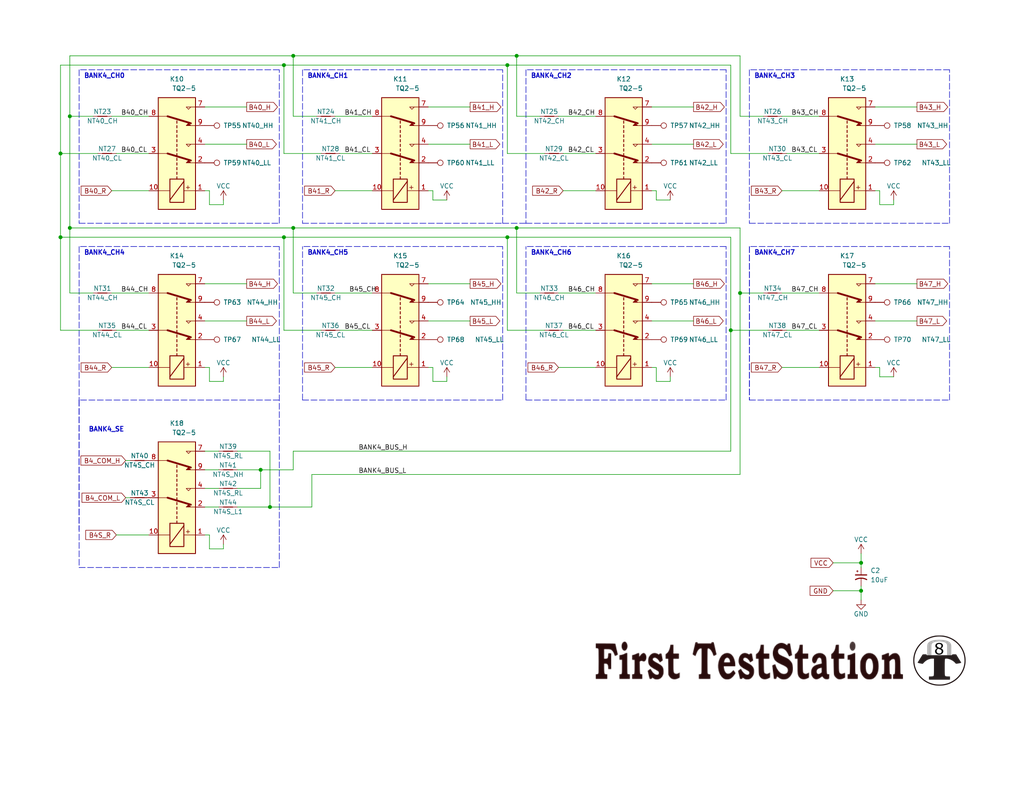
<source format=kicad_sch>
(kicad_sch (version 20211123) (generator eeschema)
  (paper "A")
  (title_block (title "InterconnectIO Board") (date "2022-06-01") (rev "0.1"))
  (lib_symbols
    (symbol "Connector:TestPoint" (pin_numbers hide) (pin_names (offset 0.762) hide)
      (property "Reference" "TP" (at 0 6.858 0))
      (property "Value" "TestPoint" (at 0 5.08 0))
      (symbol "TestPoint_0_1"
        (circle (center 0 3.302) (radius 0.762))
      )
      (symbol "TestPoint_1_1"
        (pin passive line (at 0 0 90) (length 2.54) (name "1") (number "1"))
      )
    )
    (symbol "Device:C_Polarized_Small_US" (pin_numbers hide) (pin_names (offset 0.254) hide)
      (property "Reference" "C" (at 0.254 1.778 0))
      (property "Value" "C_Polarized_Small_US" (at 0.254 -2.032 0))
      (symbol "C_Polarized_Small_US_0_1"
        (polyline (pts (xy -1.524 0.508) (xy 1.524 0.508)) (stroke (width 0.3048)))
        (polyline (pts (xy -1.27 1.524) (xy -0.762 1.524)))
        (polyline (pts (xy -1.016 1.27) (xy -1.016 1.778)))
        (arc (start 1.524 -0.762) (mid 0 -0.3734) (end -1.524 -0.762) (stroke (width 0.3048)))
      )
      (symbol "C_Polarized_Small_US_1_1"
        (pin passive line (at 0 2.54 270) (length 2.032) (name "~") (number "1"))
        (pin passive line (at 0 -2.54 90) (length 2.032) (name "~") (number "2"))
      )
    )
    (symbol "Device:NetTie_2" (pin_numbers hide) (pin_names (offset 0) hide)
      (property "Reference" "NT" (at 0 1.27 0))
      (property "Value" "NetTie_2" (at 0 -1.27 0))
      (symbol "NetTie_2_0_1"
        (polyline (pts (xy -1.27 0) (xy 1.27 0)) (stroke (width 0.254)))
      )
      (symbol "NetTie_2_1_1"
        (pin passive line (at -2.54 0 0) (length 2.54) (name "1") (number "1"))
        (pin passive line (at 2.54 0 180) (length 2.54) (name "2") (number "2"))
      )
    )
    (symbol "Relay:TQ2-5"
      (property "Reference" "K?" (at 17.78 1.2701 0))
      (property "Value" "TQ2-5" (at 17.78 -1.2699 0))
      (symbol "TQ2-5_0_0"
        (text "+" (at -9.271 2.921 0) (effects (font (size 1.27 1.27))))
      )
      (symbol "TQ2-5_0_1"
        (rectangle (start -15.24 5.08) (end 15.24 -5.08) (stroke (width 0.254)) (fill (type background)))
        (rectangle (start -13.335 1.905) (end -6.985 -1.905) (stroke (width 0.254)))
        (polyline (pts (xy -12.7 -1.905) (xy -7.62 1.905)) (stroke (width 0.254)))
        (polyline (pts (xy -10.16 -5.08) (xy -10.16 -1.905)))
        (polyline (pts (xy -10.16 5.08) (xy -10.16 1.905)))
        (polyline (pts (xy -6.985 0) (xy -6.35 0)) (stroke (width 0.254)))
        (polyline (pts (xy -5.715 0) (xy -5.08 0)) (stroke (width 0.254)))
        (polyline (pts (xy -4.445 0) (xy -3.81 0)) (stroke (width 0.254)))
        (polyline (pts (xy -3.175 0) (xy -2.54 0)) (stroke (width 0.254)))
        (polyline (pts (xy -1.905 0) (xy -1.27 0)) (stroke (width 0.254)))
        (polyline (pts (xy -0.635 0) (xy 0 0)) (stroke (width 0.254)))
        (polyline (pts (xy 0 -2.54) (xy -1.905 3.81)) (stroke (width 0.508)))
        (polyline (pts (xy 0 -2.54) (xy 0 -5.08)))
        (polyline (pts (xy 0.635 0) (xy 1.27 0)) (stroke (width 0.254)))
        (polyline (pts (xy 1.905 0) (xy 2.54 0)) (stroke (width 0.254)))
        (polyline (pts (xy 3.175 0) (xy 3.81 0)) (stroke (width 0.254)))
        (polyline (pts (xy 4.445 0) (xy 5.08 0)) (stroke (width 0.254)))
        (polyline (pts (xy 5.715 0) (xy 6.35 0)) (stroke (width 0.254)))
        (polyline (pts (xy 6.985 0) (xy 7.62 0)) (stroke (width 0.254)))
        (polyline (pts (xy 8.255 0) (xy 8.89 0)) (stroke (width 0.254)))
        (polyline (pts (xy 10.16 -2.54) (xy 8.255 3.81)) (stroke (width 0.508)))
        (polyline (pts (xy 10.16 -2.54) (xy 10.16 -5.08)))
        (polyline (pts (xy -2.54 5.08) (xy -2.54 2.54) (xy -1.905 3.175) (xy -2.54 3.81)) (fill (type outline)))
        (polyline (pts (xy 2.54 5.08) (xy 2.54 2.54) (xy 1.905 3.175) (xy 2.54 3.81)))
        (polyline (pts (xy 7.62 5.08) (xy 7.62 2.54) (xy 8.255 3.175) (xy 7.62 3.81)) (fill (type outline)))
        (polyline (pts (xy 12.7 5.08) (xy 12.7 2.54) (xy 12.065 3.175) (xy 12.7 3.81)))
      )
      (symbol "TQ2-5_1_1"
        (pin passive line (at -10.16 7.62 270) (length 2.54) (name "~") (number "1"))
        (pin passive line (at -10.16 -7.62 90) (length 2.54) (name "~") (number "10"))
        (pin passive line (at -2.54 7.62 270) (length 2.54) (name "~") (number "2"))
        (pin passive line (at 0 -7.62 90) (length 2.54) (name "~") (number "3"))
        (pin passive line (at 2.54 7.62 270) (length 2.54) (name "~") (number "4"))
        (pin passive line (at 12.7 7.62 270) (length 2.54) (name "~") (number "7"))
        (pin passive line (at 10.16 -7.62 90) (length 2.54) (name "~") (number "8"))
        (pin passive line (at 7.62 7.62 270) (length 2.54) (name "~") (number "9"))
      )
    )
    (symbol "power:GND" (power) (pin_numbers hide) (pin_names (offset 0) hide)
      (property "Value" "GND" (at 0 -3.81 0))
      (symbol "GND_0_1"
        (polyline (pts (xy 0 0) (xy 0 -1.27) (xy 1.27 -1.27) (xy 0 -2.54) (xy -1.27 -1.27) (xy 0 -1.27)))
      )
      (symbol "GND_1_1"
        (pin power_in line (at 0 0 270) (length 0) hide (name "GND") (number "1"))
      )
    )
    (symbol "power:VCC" (power) (pin_numbers hide) (pin_names (offset 0) hide)
      (property "Value" "VCC" (at 0 3.81 0))
      (symbol "VCC_0_1"
        (polyline (pts (xy -0.762 1.27) (xy 0 2.54)))
        (polyline (pts (xy 0 0) (xy 0 2.54)))
        (polyline (pts (xy 0 2.54) (xy 0.762 1.27)))
      )
      (symbol "VCC_1_1"
        (pin power_in line (at 0 0 90) (length 0) hide (name "VCC") (number "1"))
      )
    )
  )
  (junction (at 199.39 90.17))
  (junction (at 234.95 161.29))
  (junction (at 138.43 17.78))
  (junction (at 234.95 153.67))
  (junction (at 80.01 15.24))
  (junction (at 80.01 62.23))
  (junction (at 201.93 80.01))
  (junction (at 19.05 62.23))
  (junction (at 73.66 138.43))
  (junction (at 140.97 62.23))
  (junction (at 77.47 64.77))
  (junction (at 138.43 64.77))
  (junction (at 16.51 64.77))
  (junction (at 16.51 41.91))
  (junction (at 19.05 31.75))
  (junction (at 77.47 17.78))
  (junction (at 71.12 128.27))
  (junction (at 140.97 15.24))
  (polyline (pts (xy 204.47 109.22) (xy 259.08 109.22)))
  (wire (pts (xy 57.15 52.07) (xy 57.15 55.88)))
  (wire (pts (xy 240.03 52.07) (xy 238.76 52.07)))
  (polyline (pts (xy 137.16 19.05) (xy 82.55 19.05)))
  (wire (pts (xy 57.15 100.33) (xy 55.88 100.33)))
  (wire (pts (xy 208.28 31.75) (xy 201.93 31.75)))
  (wire (pts (xy 243.84 55.88) (xy 240.03 55.88)))
  (wire (pts (xy 31.75 90.17) (xy 40.64 90.17)))
  (wire (pts (xy 201.93 80.01) (xy 201.93 129.54)))
  (wire (pts (xy 177.8 29.21) (xy 189.23 29.21)))
  (wire (pts (xy 199.39 41.91) (xy 199.39 17.78)))
  (wire (pts (xy 201.93 15.24) (xy 140.97 15.24)))
  (wire (pts (xy 238.76 87.63) (xy 250.19 87.63)))
  (wire (pts (xy 71.12 128.27) (xy 80.01 128.27)))
  (wire (pts (xy 234.95 161.29) (xy 234.95 163.83)))
  (polyline (pts (xy 21.59 154.94) (xy 76.2 154.94)))
  (wire (pts (xy 238.76 29.21) (xy 250.19 29.21)))
  (wire (pts (xy 55.88 138.43) (xy 59.69 138.43)))
  (wire (pts (xy 240.03 100.33) (xy 240.03 102.87)))
  (wire (pts (xy 57.15 100.33) (xy 57.15 104.14)))
  (polyline (pts (xy 143.51 60.96) (xy 198.12 60.96)))
  (wire (pts (xy 25.4 80.01) (xy 19.05 80.01)))
  (wire (pts (xy 118.11 52.07) (xy 116.84 52.07)))
  (wire (pts (xy 55.88 29.21) (xy 67.31 29.21)))
  (polyline (pts (xy 76.2 154.94) (xy 76.2 146.05)))
  (wire (pts (xy 199.39 17.78) (xy 138.43 17.78)))
  (wire (pts (xy 238.76 77.47) (xy 250.19 77.47)))
  (wire (pts (xy 201.93 62.23) (xy 140.97 62.23)))
  (wire (pts (xy 30.48 31.75) (xy 40.64 31.75)))
  (polyline (pts (xy 137.16 60.96) (xy 137.16 19.05)))
  (wire (pts (xy 60.96 102.87) (xy 60.96 104.14)))
  (wire (pts (xy 116.84 77.47) (xy 128.27 77.47)))
  (wire (pts (xy 80.01 62.23) (xy 80.01 80.01)))
  (wire (pts (xy 208.28 80.01) (xy 201.93 80.01)))
  (wire (pts (xy 179.07 52.07) (xy 177.8 52.07)))
  (polyline (pts (xy 137.16 60.96) (xy 143.51 60.96)))
  (wire (pts (xy 140.97 62.23) (xy 140.97 80.01)))
  (wire (pts (xy 16.51 17.78) (xy 77.47 17.78)))
  (wire (pts (xy 214.63 90.17) (xy 223.52 90.17)))
  (wire (pts (xy 179.07 52.07) (xy 179.07 54.61)))
  (wire (pts (xy 34.29 135.89) (xy 35.56 135.89)))
  (polyline (pts (xy 143.51 19.05) (xy 143.51 60.96)))
  (wire (pts (xy 31.75 41.91) (xy 40.64 41.91)))
  (wire (pts (xy 243.84 54.61) (xy 243.84 55.88)))
  (wire (pts (xy 19.05 62.23) (xy 19.05 31.75)))
  (wire (pts (xy 80.01 62.23) (xy 140.97 62.23)))
  (wire (pts (xy 153.67 52.07) (xy 162.56 52.07)))
  (polyline (pts (xy 76.2 109.22) (xy 21.59 109.22)))
  (wire (pts (xy 60.96 148.59) (xy 60.96 149.86)))
  (polyline (pts (xy 198.12 67.31) (xy 143.51 67.31)))
  (wire (pts (xy 140.97 80.01) (xy 147.32 80.01)))
  (wire (pts (xy 19.05 62.23) (xy 80.01 62.23)))
  (wire (pts (xy 199.39 41.91) (xy 209.55 41.91)))
  (wire (pts (xy 30.48 52.07) (xy 40.64 52.07)))
  (wire (pts (xy 140.97 31.75) (xy 140.97 15.24)))
  (wire (pts (xy 116.84 29.21) (xy 128.27 29.21)))
  (polyline (pts (xy 76.2 60.96) (xy 76.2 19.05)))
  (wire (pts (xy 71.12 133.35) (xy 71.12 128.27)))
  (wire (pts (xy 77.47 90.17) (xy 87.63 90.17)))
  (wire (pts (xy 77.47 41.91) (xy 87.63 41.91)))
  (wire (pts (xy 73.66 123.19) (xy 73.66 138.43)))
  (wire (pts (xy 152.4 80.01) (xy 162.56 80.01)))
  (wire (pts (xy 30.48 100.33) (xy 40.64 100.33)))
  (wire (pts (xy 85.09 129.54) (xy 85.09 138.43)))
  (polyline (pts (xy 259.08 60.96) (xy 259.08 19.05)))
  (wire (pts (xy 55.88 87.63) (xy 67.31 87.63)))
  (wire (pts (xy 121.92 104.14) (xy 118.11 104.14)))
  (wire (pts (xy 85.09 138.43) (xy 73.66 138.43)))
  (wire (pts (xy 16.51 64.77) (xy 16.51 90.17)))
  (wire (pts (xy 177.8 39.37) (xy 189.23 39.37)))
  (wire (pts (xy 16.51 64.77) (xy 16.51 41.91)))
  (polyline (pts (xy 82.55 109.22) (xy 82.55 67.31)))
  (wire (pts (xy 182.88 102.87) (xy 182.88 104.14)))
  (wire (pts (xy 60.96 55.88) (xy 57.15 55.88)))
  (wire (pts (xy 91.44 31.75) (xy 101.6 31.75)))
  (wire (pts (xy 243.84 102.87) (xy 240.03 102.87)))
  (polyline (pts (xy 76.2 19.05) (xy 21.59 19.05)))
  (wire (pts (xy 55.88 133.35) (xy 59.69 133.35)))
  (wire (pts (xy 152.4 100.33) (xy 162.56 100.33)))
  (wire (pts (xy 77.47 64.77) (xy 77.47 90.17)))
  (wire (pts (xy 153.67 41.91) (xy 162.56 41.91)))
  (wire (pts (xy 152.4 31.75) (xy 162.56 31.75)))
  (wire (pts (xy 138.43 17.78) (xy 138.43 41.91)))
  (wire (pts (xy 199.39 64.77) (xy 199.39 90.17)))
  (wire (pts (xy 55.88 123.19) (xy 59.69 123.19)))
  (wire (pts (xy 16.51 64.77) (xy 77.47 64.77)))
  (wire (pts (xy 199.39 90.17) (xy 209.55 90.17)))
  (wire (pts (xy 213.36 80.01) (xy 223.52 80.01)))
  (wire (pts (xy 138.43 41.91) (xy 148.59 41.91)))
  (wire (pts (xy 234.95 161.29) (xy 234.95 160.02)))
  (wire (pts (xy 234.95 153.67) (xy 234.95 154.94)))
  (wire (pts (xy 80.01 80.01) (xy 86.36 80.01)))
  (wire (pts (xy 227.33 161.29) (xy 234.95 161.29)))
  (wire (pts (xy 91.44 100.33) (xy 101.6 100.33)))
  (wire (pts (xy 179.07 100.33) (xy 179.07 104.14)))
  (wire (pts (xy 19.05 80.01) (xy 19.05 62.23)))
  (wire (pts (xy 138.43 64.77) (xy 199.39 64.77)))
  (polyline (pts (xy 204.47 67.31) (xy 204.47 109.22)))
  (wire (pts (xy 182.88 104.14) (xy 179.07 104.14)))
  (wire (pts (xy 31.75 146.05) (xy 40.64 146.05)))
  (wire (pts (xy 92.71 90.17) (xy 101.6 90.17)))
  (wire (pts (xy 147.32 31.75) (xy 140.97 31.75)))
  (wire (pts (xy 240.03 100.33) (xy 238.76 100.33)))
  (wire (pts (xy 121.92 54.61) (xy 118.11 54.61)))
  (wire (pts (xy 213.36 31.75) (xy 223.52 31.75)))
  (wire (pts (xy 201.93 31.75) (xy 201.93 15.24)))
  (polyline (pts (xy 21.59 67.31) (xy 21.59 109.22)))
  (wire (pts (xy 80.01 123.19) (xy 80.01 128.27)))
  (wire (pts (xy 91.44 52.07) (xy 101.6 52.07)))
  (wire (pts (xy 16.51 41.91) (xy 26.67 41.91)))
  (wire (pts (xy 238.76 39.37) (xy 250.19 39.37)))
  (wire (pts (xy 60.96 149.86) (xy 57.15 149.86)))
  (wire (pts (xy 80.01 15.24) (xy 19.05 15.24)))
  (polyline (pts (xy 143.51 109.22) (xy 143.51 67.31)))
  (wire (pts (xy 86.36 31.75) (xy 80.01 31.75)))
  (polyline (pts (xy 198.12 60.96) (xy 198.12 19.05)))
  (wire (pts (xy 240.03 52.07) (xy 240.03 55.88)))
  (wire (pts (xy 55.88 128.27) (xy 59.69 128.27)))
  (wire (pts (xy 116.84 87.63) (xy 128.27 87.63)))
  (wire (pts (xy 80.01 31.75) (xy 80.01 15.24)))
  (wire (pts (xy 214.63 41.91) (xy 223.52 41.91)))
  (wire (pts (xy 201.93 129.54) (xy 85.09 129.54)))
  (wire (pts (xy 30.48 80.01) (xy 40.64 80.01)))
  (polyline (pts (xy 198.12 19.05) (xy 143.51 19.05)))
  (wire (pts (xy 201.93 80.01) (xy 201.93 62.23)))
  (polyline (pts (xy 21.59 19.05) (xy 21.59 60.96)))
  (wire (pts (xy 57.15 146.05) (xy 55.88 146.05)))
  (polyline (pts (xy 21.59 109.22) (xy 21.59 154.94)))
  (polyline (pts (xy 137.16 109.22) (xy 137.16 67.31)))
  (wire (pts (xy 234.95 151.13) (xy 234.95 153.67)))
  (wire (pts (xy 16.51 90.17) (xy 26.67 90.17)))
  (wire (pts (xy 213.36 52.07) (xy 223.52 52.07)))
  (wire (pts (xy 80.01 123.19) (xy 199.39 123.19)))
  (wire (pts (xy 227.33 153.67) (xy 234.95 153.67)))
  (wire (pts (xy 64.77 128.27) (xy 71.12 128.27)))
  (wire (pts (xy 213.36 100.33) (xy 223.52 100.33)))
  (wire (pts (xy 77.47 64.77) (xy 138.43 64.77)))
  (polyline (pts (xy 198.12 109.22) (xy 198.12 67.31)))
  (wire (pts (xy 16.51 41.91) (xy 16.51 17.78)))
  (polyline (pts (xy 82.55 19.05) (xy 82.55 60.96)))
  (wire (pts (xy 77.47 41.91) (xy 77.47 17.78)))
  (wire (pts (xy 182.88 54.61) (xy 179.07 54.61)))
  (wire (pts (xy 177.8 77.47) (xy 189.23 77.47)))
  (polyline (pts (xy 143.51 109.22) (xy 198.12 109.22)))
  (polyline (pts (xy 204.47 19.05) (xy 204.47 60.96)))
  (polyline (pts (xy 204.47 60.96) (xy 259.08 60.96)))
  (polyline (pts (xy 21.59 109.22) (xy 21.59 144.78)))
  (wire (pts (xy 77.47 17.78) (xy 138.43 17.78)))
  (wire (pts (xy 60.96 104.14) (xy 57.15 104.14)))
  (wire (pts (xy 138.43 64.77) (xy 138.43 90.17)))
  (wire (pts (xy 19.05 15.24) (xy 19.05 31.75)))
  (polyline (pts (xy 259.08 67.31) (xy 204.47 67.31)))
  (wire (pts (xy 118.11 52.07) (xy 118.11 54.61)))
  (polyline (pts (xy 76.2 67.31) (xy 21.59 67.31)))
  (wire (pts (xy 177.8 87.63) (xy 189.23 87.63)))
  (wire (pts (xy 64.77 123.19) (xy 73.66 123.19)))
  (polyline (pts (xy 259.08 19.05) (xy 204.47 19.05)))
  (wire (pts (xy 118.11 100.33) (xy 118.11 104.14)))
  (polyline (pts (xy 137.16 67.31) (xy 82.55 67.31)))
  (wire (pts (xy 57.15 52.07) (xy 55.88 52.07)))
  (wire (pts (xy 64.77 133.35) (xy 71.12 133.35)))
  (wire (pts (xy 121.92 102.87) (xy 121.92 104.14)))
  (polyline (pts (xy 82.55 109.22) (xy 137.16 109.22)))
  (wire (pts (xy 57.15 146.05) (xy 57.15 149.86)))
  (polyline (pts (xy 76.2 146.05) (xy 76.2 67.31)))
  (wire (pts (xy 73.66 138.43) (xy 64.77 138.43)))
  (wire (pts (xy 118.11 100.33) (xy 116.84 100.33)))
  (polyline (pts (xy 204.47 67.31) (xy 204.47 109.22)))
  (wire (pts (xy 92.71 41.91) (xy 101.6 41.91)))
  (wire (pts (xy 179.07 100.33) (xy 177.8 100.33)))
  (polyline (pts (xy 259.08 109.22) (xy 259.08 67.31)))
  (wire (pts (xy 19.05 31.75) (xy 25.4 31.75)))
  (polyline (pts (xy 21.59 60.96) (xy 76.2 60.96)))
  (wire (pts (xy 91.44 80.01) (xy 101.6 80.01)))
  (wire (pts (xy 34.29 125.73) (xy 35.56 125.73)))
  (wire (pts (xy 153.67 90.17) (xy 162.56 90.17)))
  (wire (pts (xy 138.43 90.17) (xy 148.59 90.17)))
  (wire (pts (xy 199.39 123.19) (xy 199.39 90.17)))
  (wire (pts (xy 60.96 54.61) (xy 60.96 55.88)))
  (wire (pts (xy 116.84 39.37) (xy 128.27 39.37)))
  (polyline (pts (xy 82.55 60.96) (xy 137.16 60.96)))
  (wire (pts (xy 55.88 39.37) (xy 67.31 39.37)))
  (wire (pts (xy 55.88 77.47) (xy 67.31 77.47)))
  (wire (pts (xy 140.97 15.24) (xy 80.01 15.24)))
  (image (at 204.47 180.34) (scale 2.13772))
  (image (at 256.54 180.34))
  (text "BANK4_CH4" (at 22.86 69.85 0) (effects (font (size 1.27 1.27) (thickness 0.254) bold) (justify left bottom)))
  (text "BANK4_CH7" (at 205.74 69.85 0) (effects (font (size 1.27 1.27) (thickness 0.254) bold) (justify left bottom)))
  (text "BANK4_CH2" (at 144.78 21.59 0) (effects (font (size 1.27 1.27) (thickness 0.254) bold) (justify left bottom)))
  (text "BANK4_SE" (at 24.13 118.11 0) (effects (font (size 1.27 1.27) (thickness 0.254) bold) (justify left bottom)))
  (text "BANK4_CH3" (at 205.74 21.59 0) (effects (font (size 1.27 1.27) (thickness 0.254) bold) (justify left bottom)))
  (text "BANK4_CH6" (at 144.78 69.85 0) (effects (font (size 1.27 1.27) (thickness 0.254) bold) (justify left bottom)))
  (text "BANK4_CH1" (at 83.82 21.59 0) (effects (font (size 1.27 1.27) (thickness 0.254) bold) (justify left bottom)))
  (text "BANK4_CH0" (at 22.86 21.59 0) (effects (font (size 1.27 1.27) (thickness 0.254) bold) (justify left bottom)))
  (text "BANK4_CH5" (at 83.82 69.85 0) (effects (font (size 1.27 1.27) (thickness 0.254) bold) (justify left bottom)))
  (label "BANK4_BUS_H" (at 97.79 123.19 0))
  (label "B44_CL" (at 33.02 90.17 0))
  (label "B47_CL" (at 215.9 90.17 0))
  (label "B44_CH" (at 33.02 80.01 0))
  (label "B45_CL" (at 93.98 90.17 0))
  (label "B41_CH" (at 93.98 31.75 0))
  (label "B43_CH" (at 215.9 31.75 0))
  (label "B40_CL" (at 33.02 41.91 0))
  (label "BANK4_BUS_L" (at 97.79 129.54 0))
  (label "B40_CH" (at 33.02 31.75 0))
  (label "B46_CH" (at 154.94 80.01 0))
  (label "B42_CL" (at 154.94 41.91 0))
  (label "B47_CH" (at 215.9 80.01 0))
  (label "B43_CL" (at 215.9 41.91 0))
  (label "B46_CL" (at 154.94 90.17 0))
  (label "B42_CH" (at 154.94 31.75 0))
  (label "B41_CL" (at 93.98 41.91 0))
  (label "B45_CH" (at 95.25 80.01 0))
  (global_label "B47_H" (shape output) (at 250.19 77.47 0) (property "Intersheet References" "${INTERSHEET_REFS}" (effects hide)))
  (global_label "B46_L" (shape output) (at 189.23 87.63 0) (property "Intersheet References" "${INTERSHEET_REFS}" (effects hide)))
  (global_label "B40_R" (shape input) (at 30.48 52.07 180) (property "Intersheet References" "${INTERSHEET_REFS}" (effects hide)))
  (global_label "B47_R" (shape input) (at 213.36 100.33 180) (property "Intersheet References" "${INTERSHEET_REFS}" (effects hide)))
  (global_label "B45_H" (shape output) (at 128.27 77.47 0) (property "Intersheet References" "${INTERSHEET_REFS}" (effects hide)))
  (global_label "B47_L" (shape output) (at 250.19 87.63 0) (property "Intersheet References" "${INTERSHEET_REFS}" (effects hide)))
  (global_label "B41_R" (shape input) (at 91.44 52.07 180) (property "Intersheet References" "${INTERSHEET_REFS}" (effects hide)))
  (global_label "B42_H" (shape output) (at 189.23 29.21 0) (property "Intersheet References" "${INTERSHEET_REFS}" (effects hide)))
  (global_label "B44_R" (shape input) (at 30.48 100.33 180) (property "Intersheet References" "${INTERSHEET_REFS}" (effects hide)))
  (global_label "B40_H" (shape output) (at 67.31 29.21 0) (property "Intersheet References" "${INTERSHEET_REFS}" (effects hide)))
  (global_label "B40_L" (shape output) (at 67.31 39.37 0) (property "Intersheet References" "${INTERSHEET_REFS}" (effects hide)))
  (global_label "B43_L" (shape output) (at 250.19 39.37 0) (property "Intersheet References" "${INTERSHEET_REFS}" (effects hide)))
  (global_label "B46_R" (shape input) (at 152.4 100.33 180) (property "Intersheet References" "${INTERSHEET_REFS}" (effects hide)))
  (global_label "B45_L" (shape output) (at 128.27 87.63 0) (property "Intersheet References" "${INTERSHEET_REFS}" (effects hide)))
  (global_label "B43_R" (shape input) (at 213.36 52.07 180) (property "Intersheet References" "${INTERSHEET_REFS}" (effects hide)))
  (global_label "B41_L" (shape output) (at 128.27 39.37 0) (property "Intersheet References" "${INTERSHEET_REFS}" (effects hide)))
  (global_label "B43_H" (shape output) (at 250.19 29.21 0) (property "Intersheet References" "${INTERSHEET_REFS}" (effects hide)))
  (global_label "B46_H" (shape output) (at 189.23 77.47 0) (property "Intersheet References" "${INTERSHEET_REFS}" (effects hide)))
  (global_label "B42_R" (shape input) (at 153.67 52.07 180) (property "Intersheet References" "${INTERSHEET_REFS}" (effects hide)))
  (global_label "B44_H" (shape output) (at 67.31 77.47 0) (property "Intersheet References" "${INTERSHEET_REFS}" (effects hide)))
  (global_label "B42_L" (shape output) (at 189.23 39.37 0) (property "Intersheet References" "${INTERSHEET_REFS}" (effects hide)))
  (global_label "B45_R" (shape input) (at 91.44 100.33 180) (property "Intersheet References" "${INTERSHEET_REFS}" (effects hide)))
  (global_label "VCC" (shape input) (at 227.33 153.67 180) (property "Intersheet References" "${INTERSHEET_REFS}" (effects hide)))
  (global_label "GND" (shape input) (at 227.33 161.29 180) (property "Intersheet References" "${INTERSHEET_REFS}" (effects hide)))
  (global_label "B4_COM_H" (shape input) (at 34.29 125.73 180) (property "Intersheet References" "${INTERSHEET_REFS}" (effects hide)))
  (global_label "B4_COM_L" (shape input) (at 34.29 135.89 180) (property "Intersheet References" "${INTERSHEET_REFS}" (effects hide)))
  (global_label "B4S_R" (shape input) (at 31.75 146.05 180) (property "Intersheet References" "${INTERSHEET_REFS}" (effects hide)))
  (global_label "B41_H" (shape output) (at 128.27 29.21 0) (property "Intersheet References" "${INTERSHEET_REFS}" (effects hide)))
  (global_label "B44_L" (shape output) (at 67.31 87.63 0) (property "Intersheet References" "${INTERSHEET_REFS}" (effects hide)))
  (symbol (lib_id "Relay:TQ2-5") (at 231.14 90.17 270) (mirror x) (unit 1)
    (property "Reference" "K17" (at 231.14 69.85 90))
    (property "Value" "TQ2-5" (at 229.8701 72.39 90) (effects (justify left)))
    (property "Footprint" "Relay_THT:Relay_DPDT_FRT5" (effects hide))
    (property "Datasheet" "http://omronfs.omron.com/en_US/ecb/products/pdf/en-tq2.pdf" (effects hide))
  )
  (symbol (lib_id "Relay:TQ2-5") (at 231.14 41.91 270) (mirror x) (unit 1)
    (property "Reference" "K13" (at 231.14 21.59 90))
    (property "Value" "TQ2-5" (at 229.8701 24.13 90) (effects (justify left)))
    (property "Footprint" "Relay_THT:Relay_DPDT_FRT5" (effects hide))
    (property "Datasheet" "http://omronfs.omron.com/en_US/ecb/products/pdf/en-tq2.pdf" (effects hide))
  )
  (symbol (lib_id "Relay:TQ2-5") (at 109.22 90.17 270) (mirror x) (unit 1)
    (property "Reference" "K15" (at 109.22 69.85 90))
    (property "Value" "TQ2-5" (at 107.9501 72.39 90) (effects (justify left)))
    (property "Footprint" "Relay_THT:Relay_DPDT_FRT5" (effects hide))
    (property "Datasheet" "http://omronfs.omron.com/en_US/ecb/products/pdf/en-tq2.pdf" (effects hide))
  )
  (symbol (lib_id "Device:NetTie_2") (at 149.86 80.01 0) (unit 1)
    (property "Reference" "NT33" (at 149.86 78.74 0))
    (property "Value" "NT46_CH" (at 149.86 81.28 0))
    (property "Footprint" "NetTie:NetTie-2_Front1.0mm" (effects hide))
  )
  (symbol (lib_id "power:VCC") (at 60.96 54.61 0) (unit 1)
    (property "Reference" "#PWR012" (effects hide))
    (property "Value" "VCC" (at 60.96 50.8 0))
  )
  (symbol (lib_id "Connector:TestPoint") (at 238.76 82.55 270) (unit 1)
    (property "Reference" "TP66" (at 243.84 82.55 90) (effects (justify left)))
    (property "Value" "NT47_HH" (at 250.19 82.55 90) (effects (justify left)))
    (property "Footprint" "TestPoint:TestPoint_THTPad_D1.5mm_Drill0.7mm" (effects hide))
  )
  (symbol (lib_id "Connector:TestPoint") (at 55.88 34.29 270) (unit 1)
    (property "Reference" "TP55" (at 60.96 34.29 90) (effects (justify left)))
    (property "Value" "NT40_HH" (at 66.04 34.29 90) (effects (justify left)))
    (property "Footprint" "TestPoint:TestPoint_THTPad_D1.5mm_Drill0.7mm" (effects hide))
  )
  (symbol (lib_id "power:VCC") (at 121.92 102.87 0) (unit 1)
    (property "Reference" "#PWR017" (effects hide))
    (property "Value" "VCC" (at 121.92 99.06 0))
  )
  (symbol (lib_id "Connector:TestPoint") (at 238.76 44.45 270) (unit 1)
    (property "Reference" "TP62" (at 243.84 44.45 90) (effects (justify left)))
    (property "Value" "NT43_LL" (at 251.46 44.45 90) (effects (justify left)))
    (property "Footprint" "TestPoint:TestPoint_THTPad_D1.5mm_Drill0.7mm" (effects hide))
  )
  (symbol (lib_id "Connector:TestPoint") (at 238.76 92.71 270) (unit 1)
    (property "Reference" "TP70" (at 243.84 92.71 90) (effects (justify left)))
    (property "Value" "NT47_LL" (at 251.46 92.71 90) (effects (justify left)))
    (property "Footprint" "TestPoint:TestPoint_THTPad_D1.5mm_Drill0.7mm" (effects hide))
  )
  (symbol (lib_id "Device:NetTie_2") (at 62.23 128.27 0) (unit 1)
    (property "Reference" "NT41" (at 62.23 127 0))
    (property "Value" "NT4S_NH" (at 62.23 129.54 0))
    (property "Footprint" "NetTie:NetTie-2_Front1.0mm" (effects hide))
  )
  (symbol (lib_id "Connector:TestPoint") (at 116.84 92.71 270) (unit 1)
    (property "Reference" "TP68" (at 121.92 92.71 90) (effects (justify left)))
    (property "Value" "NT45_LL" (at 129.54 92.71 90) (effects (justify left)))
    (property "Footprint" "TestPoint:TestPoint_THTPad_D1.5mm_Drill0.7mm" (effects hide))
  )
  (symbol (lib_id "Device:NetTie_2") (at 151.13 90.17 0) (unit 1)
    (property "Reference" "NT37" (at 151.13 88.9 0))
    (property "Value" "NT46_CL" (at 151.13 91.44 0))
    (property "Footprint" "NetTie:NetTie-2_Front1.0mm" (effects hide))
  )
  (symbol (lib_id "Relay:TQ2-5") (at 170.18 90.17 270) (mirror x) (unit 1)
    (property "Reference" "K16" (at 170.18 69.85 90))
    (property "Value" "TQ2-5" (at 168.9101 72.39 90) (effects (justify left)))
    (property "Footprint" "Relay_THT:Relay_DPDT_FRT5" (effects hide))
    (property "Datasheet" "http://omronfs.omron.com/en_US/ecb/products/pdf/en-tq2.pdf" (effects hide))
  )
  (symbol (lib_id "Relay:TQ2-5") (at 109.22 41.91 270) (mirror x) (unit 1)
    (property "Reference" "K11" (at 109.22 21.59 90))
    (property "Value" "TQ2-5" (at 107.9501 24.13 90) (effects (justify left)))
    (property "Footprint" "Relay_THT:Relay_DPDT_FRT5" (effects hide))
    (property "Datasheet" "http://omronfs.omron.com/en_US/ecb/products/pdf/en-tq2.pdf" (effects hide))
  )
  (symbol (lib_id "Device:NetTie_2") (at 27.94 31.75 0) (unit 1)
    (property "Reference" "NT23" (at 27.94 30.48 0))
    (property "Value" "NT40_CH" (at 27.94 33.02 0))
    (property "Footprint" "NetTie:NetTie-2_Front1.0mm" (effects hide))
  )
  (symbol (lib_id "power:VCC") (at 60.96 148.59 0) (unit 1)
    (property "Reference" "#PWR020" (effects hide))
    (property "Value" "VCC" (at 60.96 144.78 0))
  )
  (symbol (lib_id "Device:NetTie_2") (at 90.17 41.91 0) (unit 1)
    (property "Reference" "NT28" (at 90.17 40.64 0))
    (property "Value" "NT41_CL" (at 90.17 43.18 0))
    (property "Footprint" "NetTie:NetTie-2_Front1.0mm" (effects hide))
  )
  (symbol (lib_id "Connector:TestPoint") (at 55.88 44.45 270) (unit 1)
    (property "Reference" "TP59" (at 60.96 44.45 90) (effects (justify left)))
    (property "Value" "NT40_LL" (at 66.04 44.45 90) (effects (justify left)))
    (property "Footprint" "TestPoint:TestPoint_THTPad_D1.5mm_Drill0.7mm" (effects hide))
  )
  (symbol (lib_id "Connector:TestPoint") (at 55.88 82.55 270) (unit 1)
    (property "Reference" "TP63" (at 60.96 82.55 90) (effects (justify left)))
    (property "Value" "NT44_HH" (at 67.31 82.55 90) (effects (justify left)))
    (property "Footprint" "TestPoint:TestPoint_THTPad_D1.5mm_Drill0.7mm" (effects hide))
  )
  (symbol (lib_id "Device:NetTie_2") (at 62.23 123.19 0) (unit 1)
    (property "Reference" "NT39" (at 62.23 121.92 0))
    (property "Value" "NT4S_RL" (at 62.23 124.46 0))
    (property "Footprint" "NetTie:NetTie-2_Front1.0mm" (effects hide))
  )
  (symbol (lib_id "power:VCC") (at 243.84 102.87 0) (unit 1)
    (property "Reference" "#PWR019" (effects hide))
    (property "Value" "VCC" (at 243.84 99.06 0))
  )
  (symbol (lib_id "power:VCC") (at 60.96 102.87 0) (unit 1)
    (property "Reference" "#PWR016" (effects hide))
    (property "Value" "VCC" (at 60.96 99.06 0))
  )
  (symbol (lib_id "Device:NetTie_2") (at 212.09 41.91 0) (unit 1)
    (property "Reference" "NT30" (at 212.09 40.64 0))
    (property "Value" "NT43_CL" (at 212.09 43.18 0))
    (property "Footprint" "NetTie:NetTie-2_Front1.0mm" (effects hide))
  )
  (symbol (lib_id "Connector:TestPoint") (at 177.8 34.29 270) (unit 1)
    (property "Reference" "TP57" (at 182.88 34.29 90) (effects (justify left)))
    (property "Value" "NT42_HH" (at 187.96 34.29 90) (effects (justify left)))
    (property "Footprint" "TestPoint:TestPoint_THTPad_D1.5mm_Drill0.7mm" (effects hide))
  )
  (symbol (lib_id "Device:NetTie_2") (at 38.1 135.89 0) (unit 1)
    (property "Reference" "NT43" (at 38.1 134.62 0))
    (property "Value" "NT4S_CL" (at 38.1 137.16 0))
    (property "Footprint" "NetTie:NetTie-2_Front1.0mm" (effects hide))
  )
  (symbol (lib_id "Device:NetTie_2") (at 27.94 80.01 0) (unit 1)
    (property "Reference" "NT31" (at 27.94 78.74 0))
    (property "Value" "NT44_CH" (at 27.94 81.28 0))
    (property "Footprint" "NetTie:NetTie-2_Front1.0mm" (effects hide))
  )
  (symbol (lib_id "Relay:TQ2-5") (at 48.26 90.17 270) (mirror x) (unit 1)
    (property "Reference" "K14" (at 48.26 69.85 90))
    (property "Value" "TQ2-5" (at 46.9901 72.39 90) (effects (justify left)))
    (property "Footprint" "Relay_THT:Relay_DPDT_FRT5" (effects hide))
    (property "Datasheet" "http://omronfs.omron.com/en_US/ecb/products/pdf/en-tq2.pdf" (effects hide))
  )
  (symbol (lib_id "Device:NetTie_2") (at 210.82 80.01 0) (unit 1)
    (property "Reference" "NT34" (at 210.82 78.74 0))
    (property "Value" "NT47_CH" (at 210.82 81.28 0))
    (property "Footprint" "NetTie:NetTie-2_Front1.0mm" (effects hide))
  )
  (symbol (lib_id "Connector:TestPoint") (at 177.8 92.71 270) (unit 1)
    (property "Reference" "TP69" (at 182.88 92.71 90) (effects (justify left)))
    (property "Value" "NT46_LL" (at 187.96 92.71 90) (effects (justify left)))
    (property "Footprint" "TestPoint:TestPoint_THTPad_D1.5mm_Drill0.7mm" (effects hide))
  )
  (symbol (lib_id "Device:NetTie_2") (at 38.1 125.73 0) (unit 1)
    (property "Reference" "NT40" (at 38.1 124.46 0))
    (property "Value" "NT4S_CH" (at 38.1 127 0))
    (property "Footprint" "NetTie:NetTie-2_Front1.0mm" (effects hide))
  )
  (symbol (lib_id "Connector:TestPoint") (at 177.8 82.55 270) (unit 1)
    (property "Reference" "TP65" (at 182.88 82.55 90) (effects (justify left)))
    (property "Value" "NT46_HH" (at 187.96 82.55 90) (effects (justify left)))
    (property "Footprint" "TestPoint:TestPoint_THTPad_D1.5mm_Drill0.7mm" (effects hide))
  )
  (symbol (lib_id "power:GND") (at 234.95 163.83 0) (unit 1)
    (property "Reference" "#PWR053" (effects hide))
    (property "Value" "GND" (at 234.95 167.64 0))
  )
  (symbol (lib_id "Device:NetTie_2") (at 88.9 80.01 0) (unit 1)
    (property "Reference" "NT32" (at 88.9 78.74 0))
    (property "Value" "NT45_CH" (at 88.9 81.28 0))
    (property "Footprint" "NetTie:NetTie-2_Front1.0mm" (effects hide))
  )
  (symbol (lib_id "Connector:TestPoint") (at 116.84 44.45 270) (unit 1)
    (property "Reference" "TP60" (at 121.92 44.45 90) (effects (justify left)))
    (property "Value" "NT41_LL" (at 127 44.45 90) (effects (justify left)))
    (property "Footprint" "TestPoint:TestPoint_THTPad_D1.5mm_Drill0.7mm" (effects hide))
  )
  (symbol (lib_id "Device:C_Polarized_Small_US") (at 234.95 157.48 0) (unit 1)
    (property "Reference" "C2" (at 237.49 155.7781 0) (effects (justify left)))
    (property "Value" "10uF" (at 237.49 158.3181 0) (effects (justify left)))
    (property "Footprint" "Capacitor_THT:CP_Radial_D4.0mm_P1.50mm" (effects hide))
  )
  (symbol (lib_id "Device:NetTie_2") (at 212.09 90.17 0) (unit 1)
    (property "Reference" "NT38" (at 212.09 88.9 0))
    (property "Value" "NT47_CL" (at 212.09 91.44 0))
    (property "Footprint" "NetTie:NetTie-2_Front1.0mm" (effects hide))
  )
  (symbol (lib_id "Device:NetTie_2") (at 210.82 31.75 0) (unit 1)
    (property "Reference" "NT26" (at 210.82 30.48 0))
    (property "Value" "NT43_CH" (at 210.82 33.02 0))
    (property "Footprint" "NetTie:NetTie-2_Front1.0mm" (effects hide))
  )
  (symbol (lib_id "Connector:TestPoint") (at 116.84 34.29 270) (unit 1)
    (property "Reference" "TP56" (at 121.92 34.29 90) (effects (justify left)))
    (property "Value" "NT41_HH" (at 127 34.29 90) (effects (justify left)))
    (property "Footprint" "TestPoint:TestPoint_THTPad_D1.5mm_Drill0.7mm" (effects hide))
  )
  (symbol (lib_id "power:VCC") (at 182.88 102.87 0) (unit 1)
    (property "Reference" "#PWR018" (effects hide))
    (property "Value" "VCC" (at 182.88 99.06 0))
  )
  (symbol (lib_id "power:VCC") (at 243.84 54.61 0) (unit 1)
    (property "Reference" "#PWR015" (effects hide))
    (property "Value" "VCC" (at 243.84 50.8 0))
  )
  (symbol (lib_id "Device:NetTie_2") (at 88.9 31.75 0) (unit 1)
    (property "Reference" "NT24" (at 88.9 30.48 0))
    (property "Value" "NT41_CH" (at 88.9 33.02 0))
    (property "Footprint" "NetTie:NetTie-2_Front1.0mm" (effects hide))
  )
  (symbol (lib_id "Relay:TQ2-5") (at 48.26 41.91 270) (mirror x) (unit 1)
    (property "Reference" "K10" (at 48.26 21.59 90))
    (property "Value" "TQ2-5" (at 46.9901 24.13 90) (effects (justify left)))
    (property "Footprint" "Relay_THT:Relay_DPDT_FRT5" (effects hide))
    (property "Datasheet" "http://omronfs.omron.com/en_US/ecb/products/pdf/en-tq2.pdf" (effects hide))
  )
  (symbol (lib_id "Device:NetTie_2") (at 29.21 90.17 0) (unit 1)
    (property "Reference" "NT35" (at 29.21 88.9 0))
    (property "Value" "NT44_CL" (at 29.21 91.44 0))
    (property "Footprint" "NetTie:NetTie-2_Front1.0mm" (effects hide))
  )
  (symbol (lib_id "Relay:TQ2-5") (at 48.26 135.89 270) (mirror x) (unit 1)
    (property "Reference" "K18" (at 48.26 115.57 90))
    (property "Value" "TQ2-5" (at 46.9901 118.11 90) (effects (justify left)))
    (property "Footprint" "Relay_THT:Relay_DPDT_FRT5" (effects hide))
    (property "Datasheet" "http://omronfs.omron.com/en_US/ecb/products/pdf/en-tq2.pdf" (effects hide))
  )
  (symbol (lib_id "Device:NetTie_2") (at 62.23 133.35 0) (unit 1)
    (property "Reference" "NT42" (at 62.23 132.08 0))
    (property "Value" "NT4S_RL" (at 62.23 134.62 0))
    (property "Footprint" "NetTie:NetTie-2_Front1.0mm" (effects hide))
  )
  (symbol (lib_id "Device:NetTie_2") (at 62.23 138.43 0) (unit 1)
    (property "Reference" "NT44" (at 62.23 137.16 0))
    (property "Value" "NT4S_L1" (at 62.23 139.7 0))
    (property "Footprint" "NetTie:NetTie-2_Front1.0mm" (effects hide))
  )
  (symbol (lib_id "Device:NetTie_2") (at 151.13 41.91 0) (unit 1)
    (property "Reference" "NT29" (at 151.13 40.64 0))
    (property "Value" "NT42_CL" (at 151.13 43.18 0))
    (property "Footprint" "NetTie:NetTie-2_Front1.0mm" (effects hide))
  )
  (symbol (lib_id "power:VCC") (at 234.95 151.13 0) (unit 1)
    (property "Reference" "#PWR052" (effects hide))
    (property "Value" "VCC" (at 234.95 147.32 0))
  )
  (symbol (lib_id "Connector:TestPoint") (at 55.88 92.71 270) (unit 1)
    (property "Reference" "TP67" (at 60.96 92.71 90) (effects (justify left)))
    (property "Value" "NT44_LL" (at 68.58 92.71 90) (effects (justify left)))
    (property "Footprint" "TestPoint:TestPoint_THTPad_D1.5mm_Drill0.7mm" (effects hide))
  )
  (symbol (lib_id "power:VCC") (at 182.88 54.61 0) (unit 1)
    (property "Reference" "#PWR014" (effects hide))
    (property "Value" "VCC" (at 182.88 50.8 0))
  )
  (symbol (lib_id "Connector:TestPoint") (at 177.8 44.45 270) (unit 1)
    (property "Reference" "TP61" (at 182.88 44.45 90) (effects (justify left)))
    (property "Value" "NT42_LL" (at 187.96 44.45 90) (effects (justify left)))
    (property "Footprint" "TestPoint:TestPoint_THTPad_D1.5mm_Drill0.7mm" (effects hide))
  )
  (symbol (lib_id "Device:NetTie_2") (at 90.17 90.17 0) (unit 1)
    (property "Reference" "NT36" (at 90.17 88.9 0))
    (property "Value" "NT45_CL" (at 90.17 91.44 0))
    (property "Footprint" "NetTie:NetTie-2_Front1.0mm" (effects hide))
  )
  (symbol (lib_id "Connector:TestPoint") (at 116.84 82.55 270) (unit 1)
    (property "Reference" "TP64" (at 121.92 82.55 90) (effects (justify left)))
    (property "Value" "NT45_HH" (at 128.27 82.55 90) (effects (justify left)))
    (property "Footprint" "TestPoint:TestPoint_THTPad_D1.5mm_Drill0.7mm" (effects hide))
  )
  (symbol (lib_id "Relay:TQ2-5") (at 170.18 41.91 270) (mirror x) (unit 1)
    (property "Reference" "K12" (at 170.18 21.59 90))
    (property "Value" "TQ2-5" (at 168.9101 24.13 90) (effects (justify left)))
    (property "Footprint" "Relay_THT:Relay_DPDT_FRT5" (effects hide))
    (property "Datasheet" "http://omronfs.omron.com/en_US/ecb/products/pdf/en-tq2.pdf" (effects hide))
  )
  (symbol (lib_id "Connector:TestPoint") (at 238.76 34.29 270) (unit 1)
    (property "Reference" "TP58" (at 243.84 34.29 90) (effects (justify left)))
    (property "Value" "NT43_HH" (at 250.19 34.29 90) (effects (justify left)))
    (property "Footprint" "TestPoint:TestPoint_THTPad_D1.5mm_Drill0.7mm" (effects hide))
  )
  (symbol (lib_id "power:VCC") (at 121.92 54.61 0) (unit 1)
    (property "Reference" "#PWR013" (effects hide))
    (property "Value" "VCC" (at 121.92 50.8 0))
  )
  (symbol (lib_id "Device:NetTie_2") (at 149.86 31.75 0) (unit 1)
    (property "Reference" "NT25" (at 149.86 30.48 0))
    (property "Value" "NT42_CH" (at 149.86 33.02 0))
    (property "Footprint" "NetTie:NetTie-2_Front1.0mm" (effects hide))
  )
  (symbol (lib_id "Device:NetTie_2") (at 29.21 41.91 0) (unit 1)
    (property "Reference" "NT27" (at 29.21 40.64 0))
    (property "Value" "NT40_CL" (at 29.21 43.18 0))
    (property "Footprint" "NetTie:NetTie-2_Front1.0mm" (effects hide))
  )
)
</source>
